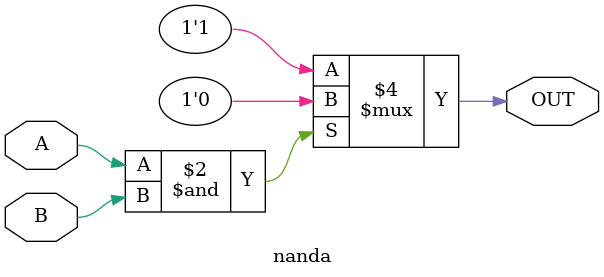
<source format=v>
/* David Martinez Garcia
* B34019
* Escuela de Ingenieria Electrica
* Universidad de Costa Rica
* Circuitos Digitales II
*/
// 74AC110000
`timescale 1ns/100ps
module nanda(A,B,OUT);
	input A,B;
	output reg OUT;
	always @(A or B) begin

		if(A & B)

			OUT=0;

		else

			OUT=1;
	end

	specify
		/*
		specparam tPLH =7.2;
		specparam tPHL =5.8;
		*/
		specparam tPLH = 7.2;
		specparam tPHL = 5.8;
		
		(A, B *>OUT) =(tPLH, tPHL);

	endspecify
endmodule


		

</source>
